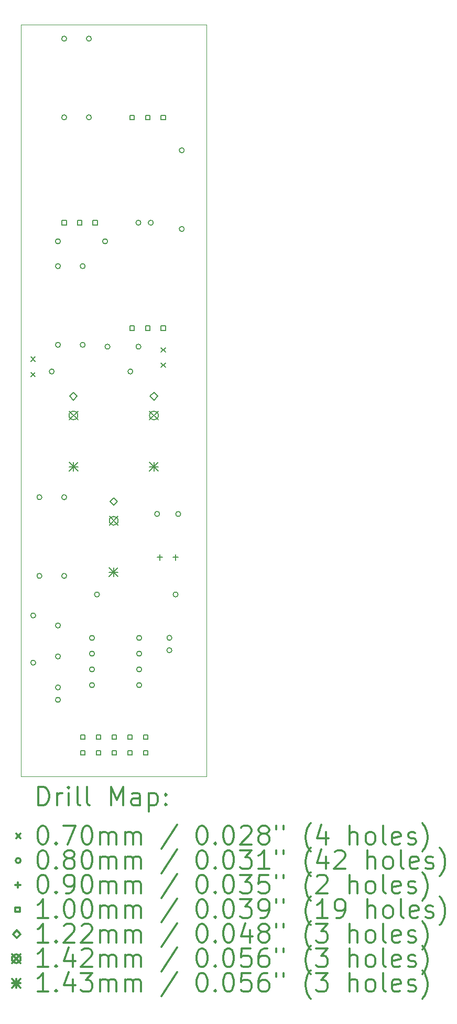
<source format=gbr>
%FSLAX45Y45*%
G04 Gerber Fmt 4.5, Leading zero omitted, Abs format (unit mm)*
G04 Created by KiCad (PCBNEW (5.1.9)-1) date 2021-10-01 15:05:01*
%MOMM*%
%LPD*%
G01*
G04 APERTURE LIST*
%TA.AperFunction,Profile*%
%ADD10C,0.050000*%
%TD*%
%ADD11C,0.200000*%
%ADD12C,0.300000*%
G04 APERTURE END LIST*
D10*
X6000000Y-3100000D02*
X6000000Y-15100000D01*
X6000000Y-15235000D02*
X6000000Y-15100000D01*
X3000000Y-15235000D02*
X6000000Y-15235000D01*
X3000000Y-3100000D02*
X6000000Y-3100000D01*
X3000000Y-3100000D02*
X3000000Y-15235000D01*
D11*
X3165000Y-8465000D02*
X3235000Y-8535000D01*
X3235000Y-8465000D02*
X3165000Y-8535000D01*
X3165000Y-8715000D02*
X3235000Y-8785000D01*
X3235000Y-8715000D02*
X3165000Y-8785000D01*
X5265000Y-8315000D02*
X5335000Y-8385000D01*
X5335000Y-8315000D02*
X5265000Y-8385000D01*
X5265000Y-8565000D02*
X5335000Y-8635000D01*
X5335000Y-8565000D02*
X5265000Y-8635000D01*
X3240000Y-12638000D02*
G75*
G03*
X3240000Y-12638000I-40000J0D01*
G01*
X3240000Y-13400000D02*
G75*
G03*
X3240000Y-13400000I-40000J0D01*
G01*
X3340000Y-10730000D02*
G75*
G03*
X3340000Y-10730000I-40000J0D01*
G01*
X3340000Y-12000000D02*
G75*
G03*
X3340000Y-12000000I-40000J0D01*
G01*
X3540000Y-8700000D02*
G75*
G03*
X3540000Y-8700000I-40000J0D01*
G01*
X3640000Y-6600000D02*
G75*
G03*
X3640000Y-6600000I-40000J0D01*
G01*
X3640000Y-7000000D02*
G75*
G03*
X3640000Y-7000000I-40000J0D01*
G01*
X3640000Y-8270000D02*
G75*
G03*
X3640000Y-8270000I-40000J0D01*
G01*
X3640000Y-12800000D02*
G75*
G03*
X3640000Y-12800000I-40000J0D01*
G01*
X3640000Y-13300000D02*
G75*
G03*
X3640000Y-13300000I-40000J0D01*
G01*
X3640000Y-13800000D02*
G75*
G03*
X3640000Y-13800000I-40000J0D01*
G01*
X3640000Y-14000000D02*
G75*
G03*
X3640000Y-14000000I-40000J0D01*
G01*
X3740000Y-3330000D02*
G75*
G03*
X3740000Y-3330000I-40000J0D01*
G01*
X3740000Y-4600000D02*
G75*
G03*
X3740000Y-4600000I-40000J0D01*
G01*
X3740000Y-10730000D02*
G75*
G03*
X3740000Y-10730000I-40000J0D01*
G01*
X3740000Y-12000000D02*
G75*
G03*
X3740000Y-12000000I-40000J0D01*
G01*
X4040000Y-7000000D02*
G75*
G03*
X4040000Y-7000000I-40000J0D01*
G01*
X4040000Y-8270000D02*
G75*
G03*
X4040000Y-8270000I-40000J0D01*
G01*
X4140000Y-3330000D02*
G75*
G03*
X4140000Y-3330000I-40000J0D01*
G01*
X4140000Y-4600000D02*
G75*
G03*
X4140000Y-4600000I-40000J0D01*
G01*
X4190000Y-13000000D02*
G75*
G03*
X4190000Y-13000000I-40000J0D01*
G01*
X4190000Y-13254000D02*
G75*
G03*
X4190000Y-13254000I-40000J0D01*
G01*
X4190000Y-13508000D02*
G75*
G03*
X4190000Y-13508000I-40000J0D01*
G01*
X4190000Y-13762000D02*
G75*
G03*
X4190000Y-13762000I-40000J0D01*
G01*
X4270000Y-12300000D02*
G75*
G03*
X4270000Y-12300000I-40000J0D01*
G01*
X4402000Y-6600000D02*
G75*
G03*
X4402000Y-6600000I-40000J0D01*
G01*
X4440000Y-8300000D02*
G75*
G03*
X4440000Y-8300000I-40000J0D01*
G01*
X4810000Y-8700000D02*
G75*
G03*
X4810000Y-8700000I-40000J0D01*
G01*
X4940000Y-6300000D02*
G75*
G03*
X4940000Y-6300000I-40000J0D01*
G01*
X4940000Y-8300000D02*
G75*
G03*
X4940000Y-8300000I-40000J0D01*
G01*
X4952000Y-13000000D02*
G75*
G03*
X4952000Y-13000000I-40000J0D01*
G01*
X4952000Y-13254000D02*
G75*
G03*
X4952000Y-13254000I-40000J0D01*
G01*
X4952000Y-13508000D02*
G75*
G03*
X4952000Y-13508000I-40000J0D01*
G01*
X4952000Y-13762000D02*
G75*
G03*
X4952000Y-13762000I-40000J0D01*
G01*
X5140000Y-6300000D02*
G75*
G03*
X5140000Y-6300000I-40000J0D01*
G01*
X5242500Y-11000000D02*
G75*
G03*
X5242500Y-11000000I-40000J0D01*
G01*
X5440000Y-13000000D02*
G75*
G03*
X5440000Y-13000000I-40000J0D01*
G01*
X5440000Y-13200000D02*
G75*
G03*
X5440000Y-13200000I-40000J0D01*
G01*
X5540000Y-12300000D02*
G75*
G03*
X5540000Y-12300000I-40000J0D01*
G01*
X5582500Y-11000000D02*
G75*
G03*
X5582500Y-11000000I-40000J0D01*
G01*
X5640000Y-5130000D02*
G75*
G03*
X5640000Y-5130000I-40000J0D01*
G01*
X5640000Y-6400000D02*
G75*
G03*
X5640000Y-6400000I-40000J0D01*
G01*
X5246000Y-11655000D02*
X5246000Y-11745000D01*
X5201000Y-11700000D02*
X5291000Y-11700000D01*
X5500000Y-11655000D02*
X5500000Y-11745000D01*
X5455000Y-11700000D02*
X5545000Y-11700000D01*
X3735356Y-6335356D02*
X3735356Y-6264644D01*
X3664644Y-6264644D01*
X3664644Y-6335356D01*
X3735356Y-6335356D01*
X3985356Y-6335356D02*
X3985356Y-6264644D01*
X3914644Y-6264644D01*
X3914644Y-6335356D01*
X3985356Y-6335356D01*
X4035356Y-14635356D02*
X4035356Y-14564644D01*
X3964644Y-14564644D01*
X3964644Y-14635356D01*
X4035356Y-14635356D01*
X4035356Y-14889356D02*
X4035356Y-14818644D01*
X3964644Y-14818644D01*
X3964644Y-14889356D01*
X4035356Y-14889356D01*
X4235356Y-6335356D02*
X4235356Y-6264644D01*
X4164644Y-6264644D01*
X4164644Y-6335356D01*
X4235356Y-6335356D01*
X4289356Y-14635356D02*
X4289356Y-14564644D01*
X4218644Y-14564644D01*
X4218644Y-14635356D01*
X4289356Y-14635356D01*
X4289356Y-14889356D02*
X4289356Y-14818644D01*
X4218644Y-14818644D01*
X4218644Y-14889356D01*
X4289356Y-14889356D01*
X4543356Y-14635356D02*
X4543356Y-14564644D01*
X4472644Y-14564644D01*
X4472644Y-14635356D01*
X4543356Y-14635356D01*
X4543356Y-14889356D02*
X4543356Y-14818644D01*
X4472644Y-14818644D01*
X4472644Y-14889356D01*
X4543356Y-14889356D01*
X4797356Y-14635356D02*
X4797356Y-14564644D01*
X4726644Y-14564644D01*
X4726644Y-14635356D01*
X4797356Y-14635356D01*
X4797356Y-14889356D02*
X4797356Y-14818644D01*
X4726644Y-14818644D01*
X4726644Y-14889356D01*
X4797356Y-14889356D01*
X4835356Y-4635356D02*
X4835356Y-4564644D01*
X4764644Y-4564644D01*
X4764644Y-4635356D01*
X4835356Y-4635356D01*
X4835356Y-8035356D02*
X4835356Y-7964644D01*
X4764644Y-7964644D01*
X4764644Y-8035356D01*
X4835356Y-8035356D01*
X5051356Y-14635356D02*
X5051356Y-14564644D01*
X4980644Y-14564644D01*
X4980644Y-14635356D01*
X5051356Y-14635356D01*
X5051356Y-14889356D02*
X5051356Y-14818644D01*
X4980644Y-14818644D01*
X4980644Y-14889356D01*
X5051356Y-14889356D01*
X5085356Y-4635356D02*
X5085356Y-4564644D01*
X5014644Y-4564644D01*
X5014644Y-4635356D01*
X5085356Y-4635356D01*
X5085356Y-8035356D02*
X5085356Y-7964644D01*
X5014644Y-7964644D01*
X5014644Y-8035356D01*
X5085356Y-8035356D01*
X5335356Y-4635356D02*
X5335356Y-4564644D01*
X5264644Y-4564644D01*
X5264644Y-4635356D01*
X5335356Y-4635356D01*
X5335356Y-8035356D02*
X5335356Y-7964644D01*
X5264644Y-7964644D01*
X5264644Y-8035356D01*
X5335356Y-8035356D01*
X3850000Y-9161000D02*
X3911000Y-9100000D01*
X3850000Y-9039000D01*
X3789000Y-9100000D01*
X3850000Y-9161000D01*
X4500000Y-10861000D02*
X4561000Y-10800000D01*
X4500000Y-10739000D01*
X4439000Y-10800000D01*
X4500000Y-10861000D01*
X5150000Y-9161000D02*
X5211000Y-9100000D01*
X5150000Y-9039000D01*
X5089000Y-9100000D01*
X5150000Y-9161000D01*
X3779000Y-9339000D02*
X3921000Y-9481000D01*
X3921000Y-9339000D02*
X3779000Y-9481000D01*
X3921000Y-9410000D02*
G75*
G03*
X3921000Y-9410000I-71000J0D01*
G01*
X4429000Y-11039000D02*
X4571000Y-11181000D01*
X4571000Y-11039000D02*
X4429000Y-11181000D01*
X4571000Y-11110000D02*
G75*
G03*
X4571000Y-11110000I-71000J0D01*
G01*
X5079000Y-9339000D02*
X5221000Y-9481000D01*
X5221000Y-9339000D02*
X5079000Y-9481000D01*
X5221000Y-9410000D02*
G75*
G03*
X5221000Y-9410000I-71000J0D01*
G01*
X3778500Y-10168500D02*
X3921500Y-10311500D01*
X3921500Y-10168500D02*
X3778500Y-10311500D01*
X3850000Y-10168500D02*
X3850000Y-10311500D01*
X3778500Y-10240000D02*
X3921500Y-10240000D01*
X4428500Y-11868500D02*
X4571500Y-12011500D01*
X4571500Y-11868500D02*
X4428500Y-12011500D01*
X4500000Y-11868500D02*
X4500000Y-12011500D01*
X4428500Y-11940000D02*
X4571500Y-11940000D01*
X5078500Y-10168500D02*
X5221500Y-10311500D01*
X5221500Y-10168500D02*
X5078500Y-10311500D01*
X5150000Y-10168500D02*
X5150000Y-10311500D01*
X5078500Y-10240000D02*
X5221500Y-10240000D01*
D12*
X3283928Y-15703214D02*
X3283928Y-15403214D01*
X3355357Y-15403214D01*
X3398214Y-15417500D01*
X3426786Y-15446071D01*
X3441071Y-15474643D01*
X3455357Y-15531786D01*
X3455357Y-15574643D01*
X3441071Y-15631786D01*
X3426786Y-15660357D01*
X3398214Y-15688929D01*
X3355357Y-15703214D01*
X3283928Y-15703214D01*
X3583928Y-15703214D02*
X3583928Y-15503214D01*
X3583928Y-15560357D02*
X3598214Y-15531786D01*
X3612500Y-15517500D01*
X3641071Y-15503214D01*
X3669643Y-15503214D01*
X3769643Y-15703214D02*
X3769643Y-15503214D01*
X3769643Y-15403214D02*
X3755357Y-15417500D01*
X3769643Y-15431786D01*
X3783928Y-15417500D01*
X3769643Y-15403214D01*
X3769643Y-15431786D01*
X3955357Y-15703214D02*
X3926786Y-15688929D01*
X3912500Y-15660357D01*
X3912500Y-15403214D01*
X4112500Y-15703214D02*
X4083928Y-15688929D01*
X4069643Y-15660357D01*
X4069643Y-15403214D01*
X4455357Y-15703214D02*
X4455357Y-15403214D01*
X4555357Y-15617500D01*
X4655357Y-15403214D01*
X4655357Y-15703214D01*
X4926786Y-15703214D02*
X4926786Y-15546071D01*
X4912500Y-15517500D01*
X4883928Y-15503214D01*
X4826786Y-15503214D01*
X4798214Y-15517500D01*
X4926786Y-15688929D02*
X4898214Y-15703214D01*
X4826786Y-15703214D01*
X4798214Y-15688929D01*
X4783928Y-15660357D01*
X4783928Y-15631786D01*
X4798214Y-15603214D01*
X4826786Y-15588929D01*
X4898214Y-15588929D01*
X4926786Y-15574643D01*
X5069643Y-15503214D02*
X5069643Y-15803214D01*
X5069643Y-15517500D02*
X5098214Y-15503214D01*
X5155357Y-15503214D01*
X5183928Y-15517500D01*
X5198214Y-15531786D01*
X5212500Y-15560357D01*
X5212500Y-15646071D01*
X5198214Y-15674643D01*
X5183928Y-15688929D01*
X5155357Y-15703214D01*
X5098214Y-15703214D01*
X5069643Y-15688929D01*
X5341071Y-15674643D02*
X5355357Y-15688929D01*
X5341071Y-15703214D01*
X5326786Y-15688929D01*
X5341071Y-15674643D01*
X5341071Y-15703214D01*
X5341071Y-15517500D02*
X5355357Y-15531786D01*
X5341071Y-15546071D01*
X5326786Y-15531786D01*
X5341071Y-15517500D01*
X5341071Y-15546071D01*
X2927500Y-16162500D02*
X2997500Y-16232500D01*
X2997500Y-16162500D02*
X2927500Y-16232500D01*
X3341071Y-16033214D02*
X3369643Y-16033214D01*
X3398214Y-16047500D01*
X3412500Y-16061786D01*
X3426786Y-16090357D01*
X3441071Y-16147500D01*
X3441071Y-16218929D01*
X3426786Y-16276071D01*
X3412500Y-16304643D01*
X3398214Y-16318929D01*
X3369643Y-16333214D01*
X3341071Y-16333214D01*
X3312500Y-16318929D01*
X3298214Y-16304643D01*
X3283928Y-16276071D01*
X3269643Y-16218929D01*
X3269643Y-16147500D01*
X3283928Y-16090357D01*
X3298214Y-16061786D01*
X3312500Y-16047500D01*
X3341071Y-16033214D01*
X3569643Y-16304643D02*
X3583928Y-16318929D01*
X3569643Y-16333214D01*
X3555357Y-16318929D01*
X3569643Y-16304643D01*
X3569643Y-16333214D01*
X3683928Y-16033214D02*
X3883928Y-16033214D01*
X3755357Y-16333214D01*
X4055357Y-16033214D02*
X4083928Y-16033214D01*
X4112500Y-16047500D01*
X4126786Y-16061786D01*
X4141071Y-16090357D01*
X4155357Y-16147500D01*
X4155357Y-16218929D01*
X4141071Y-16276071D01*
X4126786Y-16304643D01*
X4112500Y-16318929D01*
X4083928Y-16333214D01*
X4055357Y-16333214D01*
X4026786Y-16318929D01*
X4012500Y-16304643D01*
X3998214Y-16276071D01*
X3983928Y-16218929D01*
X3983928Y-16147500D01*
X3998214Y-16090357D01*
X4012500Y-16061786D01*
X4026786Y-16047500D01*
X4055357Y-16033214D01*
X4283928Y-16333214D02*
X4283928Y-16133214D01*
X4283928Y-16161786D02*
X4298214Y-16147500D01*
X4326786Y-16133214D01*
X4369643Y-16133214D01*
X4398214Y-16147500D01*
X4412500Y-16176071D01*
X4412500Y-16333214D01*
X4412500Y-16176071D02*
X4426786Y-16147500D01*
X4455357Y-16133214D01*
X4498214Y-16133214D01*
X4526786Y-16147500D01*
X4541071Y-16176071D01*
X4541071Y-16333214D01*
X4683928Y-16333214D02*
X4683928Y-16133214D01*
X4683928Y-16161786D02*
X4698214Y-16147500D01*
X4726786Y-16133214D01*
X4769643Y-16133214D01*
X4798214Y-16147500D01*
X4812500Y-16176071D01*
X4812500Y-16333214D01*
X4812500Y-16176071D02*
X4826786Y-16147500D01*
X4855357Y-16133214D01*
X4898214Y-16133214D01*
X4926786Y-16147500D01*
X4941071Y-16176071D01*
X4941071Y-16333214D01*
X5526786Y-16018929D02*
X5269643Y-16404643D01*
X5912500Y-16033214D02*
X5941071Y-16033214D01*
X5969643Y-16047500D01*
X5983928Y-16061786D01*
X5998214Y-16090357D01*
X6012500Y-16147500D01*
X6012500Y-16218929D01*
X5998214Y-16276071D01*
X5983928Y-16304643D01*
X5969643Y-16318929D01*
X5941071Y-16333214D01*
X5912500Y-16333214D01*
X5883928Y-16318929D01*
X5869643Y-16304643D01*
X5855357Y-16276071D01*
X5841071Y-16218929D01*
X5841071Y-16147500D01*
X5855357Y-16090357D01*
X5869643Y-16061786D01*
X5883928Y-16047500D01*
X5912500Y-16033214D01*
X6141071Y-16304643D02*
X6155357Y-16318929D01*
X6141071Y-16333214D01*
X6126786Y-16318929D01*
X6141071Y-16304643D01*
X6141071Y-16333214D01*
X6341071Y-16033214D02*
X6369643Y-16033214D01*
X6398214Y-16047500D01*
X6412500Y-16061786D01*
X6426786Y-16090357D01*
X6441071Y-16147500D01*
X6441071Y-16218929D01*
X6426786Y-16276071D01*
X6412500Y-16304643D01*
X6398214Y-16318929D01*
X6369643Y-16333214D01*
X6341071Y-16333214D01*
X6312500Y-16318929D01*
X6298214Y-16304643D01*
X6283928Y-16276071D01*
X6269643Y-16218929D01*
X6269643Y-16147500D01*
X6283928Y-16090357D01*
X6298214Y-16061786D01*
X6312500Y-16047500D01*
X6341071Y-16033214D01*
X6555357Y-16061786D02*
X6569643Y-16047500D01*
X6598214Y-16033214D01*
X6669643Y-16033214D01*
X6698214Y-16047500D01*
X6712500Y-16061786D01*
X6726786Y-16090357D01*
X6726786Y-16118929D01*
X6712500Y-16161786D01*
X6541071Y-16333214D01*
X6726786Y-16333214D01*
X6898214Y-16161786D02*
X6869643Y-16147500D01*
X6855357Y-16133214D01*
X6841071Y-16104643D01*
X6841071Y-16090357D01*
X6855357Y-16061786D01*
X6869643Y-16047500D01*
X6898214Y-16033214D01*
X6955357Y-16033214D01*
X6983928Y-16047500D01*
X6998214Y-16061786D01*
X7012500Y-16090357D01*
X7012500Y-16104643D01*
X6998214Y-16133214D01*
X6983928Y-16147500D01*
X6955357Y-16161786D01*
X6898214Y-16161786D01*
X6869643Y-16176071D01*
X6855357Y-16190357D01*
X6841071Y-16218929D01*
X6841071Y-16276071D01*
X6855357Y-16304643D01*
X6869643Y-16318929D01*
X6898214Y-16333214D01*
X6955357Y-16333214D01*
X6983928Y-16318929D01*
X6998214Y-16304643D01*
X7012500Y-16276071D01*
X7012500Y-16218929D01*
X6998214Y-16190357D01*
X6983928Y-16176071D01*
X6955357Y-16161786D01*
X7126786Y-16033214D02*
X7126786Y-16090357D01*
X7241071Y-16033214D02*
X7241071Y-16090357D01*
X7683928Y-16447500D02*
X7669643Y-16433214D01*
X7641071Y-16390357D01*
X7626786Y-16361786D01*
X7612500Y-16318929D01*
X7598214Y-16247500D01*
X7598214Y-16190357D01*
X7612500Y-16118929D01*
X7626786Y-16076071D01*
X7641071Y-16047500D01*
X7669643Y-16004643D01*
X7683928Y-15990357D01*
X7926786Y-16133214D02*
X7926786Y-16333214D01*
X7855357Y-16018929D02*
X7783928Y-16233214D01*
X7969643Y-16233214D01*
X8312500Y-16333214D02*
X8312500Y-16033214D01*
X8441071Y-16333214D02*
X8441071Y-16176071D01*
X8426786Y-16147500D01*
X8398214Y-16133214D01*
X8355357Y-16133214D01*
X8326786Y-16147500D01*
X8312500Y-16161786D01*
X8626786Y-16333214D02*
X8598214Y-16318929D01*
X8583928Y-16304643D01*
X8569643Y-16276071D01*
X8569643Y-16190357D01*
X8583928Y-16161786D01*
X8598214Y-16147500D01*
X8626786Y-16133214D01*
X8669643Y-16133214D01*
X8698214Y-16147500D01*
X8712500Y-16161786D01*
X8726786Y-16190357D01*
X8726786Y-16276071D01*
X8712500Y-16304643D01*
X8698214Y-16318929D01*
X8669643Y-16333214D01*
X8626786Y-16333214D01*
X8898214Y-16333214D02*
X8869643Y-16318929D01*
X8855357Y-16290357D01*
X8855357Y-16033214D01*
X9126786Y-16318929D02*
X9098214Y-16333214D01*
X9041071Y-16333214D01*
X9012500Y-16318929D01*
X8998214Y-16290357D01*
X8998214Y-16176071D01*
X9012500Y-16147500D01*
X9041071Y-16133214D01*
X9098214Y-16133214D01*
X9126786Y-16147500D01*
X9141071Y-16176071D01*
X9141071Y-16204643D01*
X8998214Y-16233214D01*
X9255357Y-16318929D02*
X9283928Y-16333214D01*
X9341071Y-16333214D01*
X9369643Y-16318929D01*
X9383928Y-16290357D01*
X9383928Y-16276071D01*
X9369643Y-16247500D01*
X9341071Y-16233214D01*
X9298214Y-16233214D01*
X9269643Y-16218929D01*
X9255357Y-16190357D01*
X9255357Y-16176071D01*
X9269643Y-16147500D01*
X9298214Y-16133214D01*
X9341071Y-16133214D01*
X9369643Y-16147500D01*
X9483928Y-16447500D02*
X9498214Y-16433214D01*
X9526786Y-16390357D01*
X9541071Y-16361786D01*
X9555357Y-16318929D01*
X9569643Y-16247500D01*
X9569643Y-16190357D01*
X9555357Y-16118929D01*
X9541071Y-16076071D01*
X9526786Y-16047500D01*
X9498214Y-16004643D01*
X9483928Y-15990357D01*
X2997500Y-16593500D02*
G75*
G03*
X2997500Y-16593500I-40000J0D01*
G01*
X3341071Y-16429214D02*
X3369643Y-16429214D01*
X3398214Y-16443500D01*
X3412500Y-16457786D01*
X3426786Y-16486357D01*
X3441071Y-16543500D01*
X3441071Y-16614929D01*
X3426786Y-16672071D01*
X3412500Y-16700643D01*
X3398214Y-16714929D01*
X3369643Y-16729214D01*
X3341071Y-16729214D01*
X3312500Y-16714929D01*
X3298214Y-16700643D01*
X3283928Y-16672071D01*
X3269643Y-16614929D01*
X3269643Y-16543500D01*
X3283928Y-16486357D01*
X3298214Y-16457786D01*
X3312500Y-16443500D01*
X3341071Y-16429214D01*
X3569643Y-16700643D02*
X3583928Y-16714929D01*
X3569643Y-16729214D01*
X3555357Y-16714929D01*
X3569643Y-16700643D01*
X3569643Y-16729214D01*
X3755357Y-16557786D02*
X3726786Y-16543500D01*
X3712500Y-16529214D01*
X3698214Y-16500643D01*
X3698214Y-16486357D01*
X3712500Y-16457786D01*
X3726786Y-16443500D01*
X3755357Y-16429214D01*
X3812500Y-16429214D01*
X3841071Y-16443500D01*
X3855357Y-16457786D01*
X3869643Y-16486357D01*
X3869643Y-16500643D01*
X3855357Y-16529214D01*
X3841071Y-16543500D01*
X3812500Y-16557786D01*
X3755357Y-16557786D01*
X3726786Y-16572071D01*
X3712500Y-16586357D01*
X3698214Y-16614929D01*
X3698214Y-16672071D01*
X3712500Y-16700643D01*
X3726786Y-16714929D01*
X3755357Y-16729214D01*
X3812500Y-16729214D01*
X3841071Y-16714929D01*
X3855357Y-16700643D01*
X3869643Y-16672071D01*
X3869643Y-16614929D01*
X3855357Y-16586357D01*
X3841071Y-16572071D01*
X3812500Y-16557786D01*
X4055357Y-16429214D02*
X4083928Y-16429214D01*
X4112500Y-16443500D01*
X4126786Y-16457786D01*
X4141071Y-16486357D01*
X4155357Y-16543500D01*
X4155357Y-16614929D01*
X4141071Y-16672071D01*
X4126786Y-16700643D01*
X4112500Y-16714929D01*
X4083928Y-16729214D01*
X4055357Y-16729214D01*
X4026786Y-16714929D01*
X4012500Y-16700643D01*
X3998214Y-16672071D01*
X3983928Y-16614929D01*
X3983928Y-16543500D01*
X3998214Y-16486357D01*
X4012500Y-16457786D01*
X4026786Y-16443500D01*
X4055357Y-16429214D01*
X4283928Y-16729214D02*
X4283928Y-16529214D01*
X4283928Y-16557786D02*
X4298214Y-16543500D01*
X4326786Y-16529214D01*
X4369643Y-16529214D01*
X4398214Y-16543500D01*
X4412500Y-16572071D01*
X4412500Y-16729214D01*
X4412500Y-16572071D02*
X4426786Y-16543500D01*
X4455357Y-16529214D01*
X4498214Y-16529214D01*
X4526786Y-16543500D01*
X4541071Y-16572071D01*
X4541071Y-16729214D01*
X4683928Y-16729214D02*
X4683928Y-16529214D01*
X4683928Y-16557786D02*
X4698214Y-16543500D01*
X4726786Y-16529214D01*
X4769643Y-16529214D01*
X4798214Y-16543500D01*
X4812500Y-16572071D01*
X4812500Y-16729214D01*
X4812500Y-16572071D02*
X4826786Y-16543500D01*
X4855357Y-16529214D01*
X4898214Y-16529214D01*
X4926786Y-16543500D01*
X4941071Y-16572071D01*
X4941071Y-16729214D01*
X5526786Y-16414929D02*
X5269643Y-16800643D01*
X5912500Y-16429214D02*
X5941071Y-16429214D01*
X5969643Y-16443500D01*
X5983928Y-16457786D01*
X5998214Y-16486357D01*
X6012500Y-16543500D01*
X6012500Y-16614929D01*
X5998214Y-16672071D01*
X5983928Y-16700643D01*
X5969643Y-16714929D01*
X5941071Y-16729214D01*
X5912500Y-16729214D01*
X5883928Y-16714929D01*
X5869643Y-16700643D01*
X5855357Y-16672071D01*
X5841071Y-16614929D01*
X5841071Y-16543500D01*
X5855357Y-16486357D01*
X5869643Y-16457786D01*
X5883928Y-16443500D01*
X5912500Y-16429214D01*
X6141071Y-16700643D02*
X6155357Y-16714929D01*
X6141071Y-16729214D01*
X6126786Y-16714929D01*
X6141071Y-16700643D01*
X6141071Y-16729214D01*
X6341071Y-16429214D02*
X6369643Y-16429214D01*
X6398214Y-16443500D01*
X6412500Y-16457786D01*
X6426786Y-16486357D01*
X6441071Y-16543500D01*
X6441071Y-16614929D01*
X6426786Y-16672071D01*
X6412500Y-16700643D01*
X6398214Y-16714929D01*
X6369643Y-16729214D01*
X6341071Y-16729214D01*
X6312500Y-16714929D01*
X6298214Y-16700643D01*
X6283928Y-16672071D01*
X6269643Y-16614929D01*
X6269643Y-16543500D01*
X6283928Y-16486357D01*
X6298214Y-16457786D01*
X6312500Y-16443500D01*
X6341071Y-16429214D01*
X6541071Y-16429214D02*
X6726786Y-16429214D01*
X6626786Y-16543500D01*
X6669643Y-16543500D01*
X6698214Y-16557786D01*
X6712500Y-16572071D01*
X6726786Y-16600643D01*
X6726786Y-16672071D01*
X6712500Y-16700643D01*
X6698214Y-16714929D01*
X6669643Y-16729214D01*
X6583928Y-16729214D01*
X6555357Y-16714929D01*
X6541071Y-16700643D01*
X7012500Y-16729214D02*
X6841071Y-16729214D01*
X6926786Y-16729214D02*
X6926786Y-16429214D01*
X6898214Y-16472071D01*
X6869643Y-16500643D01*
X6841071Y-16514929D01*
X7126786Y-16429214D02*
X7126786Y-16486357D01*
X7241071Y-16429214D02*
X7241071Y-16486357D01*
X7683928Y-16843500D02*
X7669643Y-16829214D01*
X7641071Y-16786357D01*
X7626786Y-16757786D01*
X7612500Y-16714929D01*
X7598214Y-16643500D01*
X7598214Y-16586357D01*
X7612500Y-16514929D01*
X7626786Y-16472071D01*
X7641071Y-16443500D01*
X7669643Y-16400643D01*
X7683928Y-16386357D01*
X7926786Y-16529214D02*
X7926786Y-16729214D01*
X7855357Y-16414929D02*
X7783928Y-16629214D01*
X7969643Y-16629214D01*
X8069643Y-16457786D02*
X8083928Y-16443500D01*
X8112500Y-16429214D01*
X8183928Y-16429214D01*
X8212500Y-16443500D01*
X8226786Y-16457786D01*
X8241071Y-16486357D01*
X8241071Y-16514929D01*
X8226786Y-16557786D01*
X8055357Y-16729214D01*
X8241071Y-16729214D01*
X8598214Y-16729214D02*
X8598214Y-16429214D01*
X8726786Y-16729214D02*
X8726786Y-16572071D01*
X8712500Y-16543500D01*
X8683928Y-16529214D01*
X8641071Y-16529214D01*
X8612500Y-16543500D01*
X8598214Y-16557786D01*
X8912500Y-16729214D02*
X8883928Y-16714929D01*
X8869643Y-16700643D01*
X8855357Y-16672071D01*
X8855357Y-16586357D01*
X8869643Y-16557786D01*
X8883928Y-16543500D01*
X8912500Y-16529214D01*
X8955357Y-16529214D01*
X8983928Y-16543500D01*
X8998214Y-16557786D01*
X9012500Y-16586357D01*
X9012500Y-16672071D01*
X8998214Y-16700643D01*
X8983928Y-16714929D01*
X8955357Y-16729214D01*
X8912500Y-16729214D01*
X9183928Y-16729214D02*
X9155357Y-16714929D01*
X9141071Y-16686357D01*
X9141071Y-16429214D01*
X9412500Y-16714929D02*
X9383928Y-16729214D01*
X9326786Y-16729214D01*
X9298214Y-16714929D01*
X9283928Y-16686357D01*
X9283928Y-16572071D01*
X9298214Y-16543500D01*
X9326786Y-16529214D01*
X9383928Y-16529214D01*
X9412500Y-16543500D01*
X9426786Y-16572071D01*
X9426786Y-16600643D01*
X9283928Y-16629214D01*
X9541071Y-16714929D02*
X9569643Y-16729214D01*
X9626786Y-16729214D01*
X9655357Y-16714929D01*
X9669643Y-16686357D01*
X9669643Y-16672071D01*
X9655357Y-16643500D01*
X9626786Y-16629214D01*
X9583928Y-16629214D01*
X9555357Y-16614929D01*
X9541071Y-16586357D01*
X9541071Y-16572071D01*
X9555357Y-16543500D01*
X9583928Y-16529214D01*
X9626786Y-16529214D01*
X9655357Y-16543500D01*
X9769643Y-16843500D02*
X9783928Y-16829214D01*
X9812500Y-16786357D01*
X9826786Y-16757786D01*
X9841071Y-16714929D01*
X9855357Y-16643500D01*
X9855357Y-16586357D01*
X9841071Y-16514929D01*
X9826786Y-16472071D01*
X9812500Y-16443500D01*
X9783928Y-16400643D01*
X9769643Y-16386357D01*
X2952500Y-16944500D02*
X2952500Y-17034500D01*
X2907500Y-16989500D02*
X2997500Y-16989500D01*
X3341071Y-16825214D02*
X3369643Y-16825214D01*
X3398214Y-16839500D01*
X3412500Y-16853786D01*
X3426786Y-16882357D01*
X3441071Y-16939500D01*
X3441071Y-17010929D01*
X3426786Y-17068072D01*
X3412500Y-17096643D01*
X3398214Y-17110929D01*
X3369643Y-17125214D01*
X3341071Y-17125214D01*
X3312500Y-17110929D01*
X3298214Y-17096643D01*
X3283928Y-17068072D01*
X3269643Y-17010929D01*
X3269643Y-16939500D01*
X3283928Y-16882357D01*
X3298214Y-16853786D01*
X3312500Y-16839500D01*
X3341071Y-16825214D01*
X3569643Y-17096643D02*
X3583928Y-17110929D01*
X3569643Y-17125214D01*
X3555357Y-17110929D01*
X3569643Y-17096643D01*
X3569643Y-17125214D01*
X3726786Y-17125214D02*
X3783928Y-17125214D01*
X3812500Y-17110929D01*
X3826786Y-17096643D01*
X3855357Y-17053786D01*
X3869643Y-16996643D01*
X3869643Y-16882357D01*
X3855357Y-16853786D01*
X3841071Y-16839500D01*
X3812500Y-16825214D01*
X3755357Y-16825214D01*
X3726786Y-16839500D01*
X3712500Y-16853786D01*
X3698214Y-16882357D01*
X3698214Y-16953786D01*
X3712500Y-16982357D01*
X3726786Y-16996643D01*
X3755357Y-17010929D01*
X3812500Y-17010929D01*
X3841071Y-16996643D01*
X3855357Y-16982357D01*
X3869643Y-16953786D01*
X4055357Y-16825214D02*
X4083928Y-16825214D01*
X4112500Y-16839500D01*
X4126786Y-16853786D01*
X4141071Y-16882357D01*
X4155357Y-16939500D01*
X4155357Y-17010929D01*
X4141071Y-17068072D01*
X4126786Y-17096643D01*
X4112500Y-17110929D01*
X4083928Y-17125214D01*
X4055357Y-17125214D01*
X4026786Y-17110929D01*
X4012500Y-17096643D01*
X3998214Y-17068072D01*
X3983928Y-17010929D01*
X3983928Y-16939500D01*
X3998214Y-16882357D01*
X4012500Y-16853786D01*
X4026786Y-16839500D01*
X4055357Y-16825214D01*
X4283928Y-17125214D02*
X4283928Y-16925214D01*
X4283928Y-16953786D02*
X4298214Y-16939500D01*
X4326786Y-16925214D01*
X4369643Y-16925214D01*
X4398214Y-16939500D01*
X4412500Y-16968072D01*
X4412500Y-17125214D01*
X4412500Y-16968072D02*
X4426786Y-16939500D01*
X4455357Y-16925214D01*
X4498214Y-16925214D01*
X4526786Y-16939500D01*
X4541071Y-16968072D01*
X4541071Y-17125214D01*
X4683928Y-17125214D02*
X4683928Y-16925214D01*
X4683928Y-16953786D02*
X4698214Y-16939500D01*
X4726786Y-16925214D01*
X4769643Y-16925214D01*
X4798214Y-16939500D01*
X4812500Y-16968072D01*
X4812500Y-17125214D01*
X4812500Y-16968072D02*
X4826786Y-16939500D01*
X4855357Y-16925214D01*
X4898214Y-16925214D01*
X4926786Y-16939500D01*
X4941071Y-16968072D01*
X4941071Y-17125214D01*
X5526786Y-16810929D02*
X5269643Y-17196643D01*
X5912500Y-16825214D02*
X5941071Y-16825214D01*
X5969643Y-16839500D01*
X5983928Y-16853786D01*
X5998214Y-16882357D01*
X6012500Y-16939500D01*
X6012500Y-17010929D01*
X5998214Y-17068072D01*
X5983928Y-17096643D01*
X5969643Y-17110929D01*
X5941071Y-17125214D01*
X5912500Y-17125214D01*
X5883928Y-17110929D01*
X5869643Y-17096643D01*
X5855357Y-17068072D01*
X5841071Y-17010929D01*
X5841071Y-16939500D01*
X5855357Y-16882357D01*
X5869643Y-16853786D01*
X5883928Y-16839500D01*
X5912500Y-16825214D01*
X6141071Y-17096643D02*
X6155357Y-17110929D01*
X6141071Y-17125214D01*
X6126786Y-17110929D01*
X6141071Y-17096643D01*
X6141071Y-17125214D01*
X6341071Y-16825214D02*
X6369643Y-16825214D01*
X6398214Y-16839500D01*
X6412500Y-16853786D01*
X6426786Y-16882357D01*
X6441071Y-16939500D01*
X6441071Y-17010929D01*
X6426786Y-17068072D01*
X6412500Y-17096643D01*
X6398214Y-17110929D01*
X6369643Y-17125214D01*
X6341071Y-17125214D01*
X6312500Y-17110929D01*
X6298214Y-17096643D01*
X6283928Y-17068072D01*
X6269643Y-17010929D01*
X6269643Y-16939500D01*
X6283928Y-16882357D01*
X6298214Y-16853786D01*
X6312500Y-16839500D01*
X6341071Y-16825214D01*
X6541071Y-16825214D02*
X6726786Y-16825214D01*
X6626786Y-16939500D01*
X6669643Y-16939500D01*
X6698214Y-16953786D01*
X6712500Y-16968072D01*
X6726786Y-16996643D01*
X6726786Y-17068072D01*
X6712500Y-17096643D01*
X6698214Y-17110929D01*
X6669643Y-17125214D01*
X6583928Y-17125214D01*
X6555357Y-17110929D01*
X6541071Y-17096643D01*
X6998214Y-16825214D02*
X6855357Y-16825214D01*
X6841071Y-16968072D01*
X6855357Y-16953786D01*
X6883928Y-16939500D01*
X6955357Y-16939500D01*
X6983928Y-16953786D01*
X6998214Y-16968072D01*
X7012500Y-16996643D01*
X7012500Y-17068072D01*
X6998214Y-17096643D01*
X6983928Y-17110929D01*
X6955357Y-17125214D01*
X6883928Y-17125214D01*
X6855357Y-17110929D01*
X6841071Y-17096643D01*
X7126786Y-16825214D02*
X7126786Y-16882357D01*
X7241071Y-16825214D02*
X7241071Y-16882357D01*
X7683928Y-17239500D02*
X7669643Y-17225214D01*
X7641071Y-17182357D01*
X7626786Y-17153786D01*
X7612500Y-17110929D01*
X7598214Y-17039500D01*
X7598214Y-16982357D01*
X7612500Y-16910929D01*
X7626786Y-16868072D01*
X7641071Y-16839500D01*
X7669643Y-16796643D01*
X7683928Y-16782357D01*
X7783928Y-16853786D02*
X7798214Y-16839500D01*
X7826786Y-16825214D01*
X7898214Y-16825214D01*
X7926786Y-16839500D01*
X7941071Y-16853786D01*
X7955357Y-16882357D01*
X7955357Y-16910929D01*
X7941071Y-16953786D01*
X7769643Y-17125214D01*
X7955357Y-17125214D01*
X8312500Y-17125214D02*
X8312500Y-16825214D01*
X8441071Y-17125214D02*
X8441071Y-16968072D01*
X8426786Y-16939500D01*
X8398214Y-16925214D01*
X8355357Y-16925214D01*
X8326786Y-16939500D01*
X8312500Y-16953786D01*
X8626786Y-17125214D02*
X8598214Y-17110929D01*
X8583928Y-17096643D01*
X8569643Y-17068072D01*
X8569643Y-16982357D01*
X8583928Y-16953786D01*
X8598214Y-16939500D01*
X8626786Y-16925214D01*
X8669643Y-16925214D01*
X8698214Y-16939500D01*
X8712500Y-16953786D01*
X8726786Y-16982357D01*
X8726786Y-17068072D01*
X8712500Y-17096643D01*
X8698214Y-17110929D01*
X8669643Y-17125214D01*
X8626786Y-17125214D01*
X8898214Y-17125214D02*
X8869643Y-17110929D01*
X8855357Y-17082357D01*
X8855357Y-16825214D01*
X9126786Y-17110929D02*
X9098214Y-17125214D01*
X9041071Y-17125214D01*
X9012500Y-17110929D01*
X8998214Y-17082357D01*
X8998214Y-16968072D01*
X9012500Y-16939500D01*
X9041071Y-16925214D01*
X9098214Y-16925214D01*
X9126786Y-16939500D01*
X9141071Y-16968072D01*
X9141071Y-16996643D01*
X8998214Y-17025214D01*
X9255357Y-17110929D02*
X9283928Y-17125214D01*
X9341071Y-17125214D01*
X9369643Y-17110929D01*
X9383928Y-17082357D01*
X9383928Y-17068072D01*
X9369643Y-17039500D01*
X9341071Y-17025214D01*
X9298214Y-17025214D01*
X9269643Y-17010929D01*
X9255357Y-16982357D01*
X9255357Y-16968072D01*
X9269643Y-16939500D01*
X9298214Y-16925214D01*
X9341071Y-16925214D01*
X9369643Y-16939500D01*
X9483928Y-17239500D02*
X9498214Y-17225214D01*
X9526786Y-17182357D01*
X9541071Y-17153786D01*
X9555357Y-17110929D01*
X9569643Y-17039500D01*
X9569643Y-16982357D01*
X9555357Y-16910929D01*
X9541071Y-16868072D01*
X9526786Y-16839500D01*
X9498214Y-16796643D01*
X9483928Y-16782357D01*
X2982856Y-17420856D02*
X2982856Y-17350144D01*
X2912144Y-17350144D01*
X2912144Y-17420856D01*
X2982856Y-17420856D01*
X3441071Y-17521214D02*
X3269643Y-17521214D01*
X3355357Y-17521214D02*
X3355357Y-17221214D01*
X3326786Y-17264072D01*
X3298214Y-17292643D01*
X3269643Y-17306929D01*
X3569643Y-17492643D02*
X3583928Y-17506929D01*
X3569643Y-17521214D01*
X3555357Y-17506929D01*
X3569643Y-17492643D01*
X3569643Y-17521214D01*
X3769643Y-17221214D02*
X3798214Y-17221214D01*
X3826786Y-17235500D01*
X3841071Y-17249786D01*
X3855357Y-17278357D01*
X3869643Y-17335500D01*
X3869643Y-17406929D01*
X3855357Y-17464072D01*
X3841071Y-17492643D01*
X3826786Y-17506929D01*
X3798214Y-17521214D01*
X3769643Y-17521214D01*
X3741071Y-17506929D01*
X3726786Y-17492643D01*
X3712500Y-17464072D01*
X3698214Y-17406929D01*
X3698214Y-17335500D01*
X3712500Y-17278357D01*
X3726786Y-17249786D01*
X3741071Y-17235500D01*
X3769643Y-17221214D01*
X4055357Y-17221214D02*
X4083928Y-17221214D01*
X4112500Y-17235500D01*
X4126786Y-17249786D01*
X4141071Y-17278357D01*
X4155357Y-17335500D01*
X4155357Y-17406929D01*
X4141071Y-17464072D01*
X4126786Y-17492643D01*
X4112500Y-17506929D01*
X4083928Y-17521214D01*
X4055357Y-17521214D01*
X4026786Y-17506929D01*
X4012500Y-17492643D01*
X3998214Y-17464072D01*
X3983928Y-17406929D01*
X3983928Y-17335500D01*
X3998214Y-17278357D01*
X4012500Y-17249786D01*
X4026786Y-17235500D01*
X4055357Y-17221214D01*
X4283928Y-17521214D02*
X4283928Y-17321214D01*
X4283928Y-17349786D02*
X4298214Y-17335500D01*
X4326786Y-17321214D01*
X4369643Y-17321214D01*
X4398214Y-17335500D01*
X4412500Y-17364072D01*
X4412500Y-17521214D01*
X4412500Y-17364072D02*
X4426786Y-17335500D01*
X4455357Y-17321214D01*
X4498214Y-17321214D01*
X4526786Y-17335500D01*
X4541071Y-17364072D01*
X4541071Y-17521214D01*
X4683928Y-17521214D02*
X4683928Y-17321214D01*
X4683928Y-17349786D02*
X4698214Y-17335500D01*
X4726786Y-17321214D01*
X4769643Y-17321214D01*
X4798214Y-17335500D01*
X4812500Y-17364072D01*
X4812500Y-17521214D01*
X4812500Y-17364072D02*
X4826786Y-17335500D01*
X4855357Y-17321214D01*
X4898214Y-17321214D01*
X4926786Y-17335500D01*
X4941071Y-17364072D01*
X4941071Y-17521214D01*
X5526786Y-17206929D02*
X5269643Y-17592643D01*
X5912500Y-17221214D02*
X5941071Y-17221214D01*
X5969643Y-17235500D01*
X5983928Y-17249786D01*
X5998214Y-17278357D01*
X6012500Y-17335500D01*
X6012500Y-17406929D01*
X5998214Y-17464072D01*
X5983928Y-17492643D01*
X5969643Y-17506929D01*
X5941071Y-17521214D01*
X5912500Y-17521214D01*
X5883928Y-17506929D01*
X5869643Y-17492643D01*
X5855357Y-17464072D01*
X5841071Y-17406929D01*
X5841071Y-17335500D01*
X5855357Y-17278357D01*
X5869643Y-17249786D01*
X5883928Y-17235500D01*
X5912500Y-17221214D01*
X6141071Y-17492643D02*
X6155357Y-17506929D01*
X6141071Y-17521214D01*
X6126786Y-17506929D01*
X6141071Y-17492643D01*
X6141071Y-17521214D01*
X6341071Y-17221214D02*
X6369643Y-17221214D01*
X6398214Y-17235500D01*
X6412500Y-17249786D01*
X6426786Y-17278357D01*
X6441071Y-17335500D01*
X6441071Y-17406929D01*
X6426786Y-17464072D01*
X6412500Y-17492643D01*
X6398214Y-17506929D01*
X6369643Y-17521214D01*
X6341071Y-17521214D01*
X6312500Y-17506929D01*
X6298214Y-17492643D01*
X6283928Y-17464072D01*
X6269643Y-17406929D01*
X6269643Y-17335500D01*
X6283928Y-17278357D01*
X6298214Y-17249786D01*
X6312500Y-17235500D01*
X6341071Y-17221214D01*
X6541071Y-17221214D02*
X6726786Y-17221214D01*
X6626786Y-17335500D01*
X6669643Y-17335500D01*
X6698214Y-17349786D01*
X6712500Y-17364072D01*
X6726786Y-17392643D01*
X6726786Y-17464072D01*
X6712500Y-17492643D01*
X6698214Y-17506929D01*
X6669643Y-17521214D01*
X6583928Y-17521214D01*
X6555357Y-17506929D01*
X6541071Y-17492643D01*
X6869643Y-17521214D02*
X6926786Y-17521214D01*
X6955357Y-17506929D01*
X6969643Y-17492643D01*
X6998214Y-17449786D01*
X7012500Y-17392643D01*
X7012500Y-17278357D01*
X6998214Y-17249786D01*
X6983928Y-17235500D01*
X6955357Y-17221214D01*
X6898214Y-17221214D01*
X6869643Y-17235500D01*
X6855357Y-17249786D01*
X6841071Y-17278357D01*
X6841071Y-17349786D01*
X6855357Y-17378357D01*
X6869643Y-17392643D01*
X6898214Y-17406929D01*
X6955357Y-17406929D01*
X6983928Y-17392643D01*
X6998214Y-17378357D01*
X7012500Y-17349786D01*
X7126786Y-17221214D02*
X7126786Y-17278357D01*
X7241071Y-17221214D02*
X7241071Y-17278357D01*
X7683928Y-17635500D02*
X7669643Y-17621214D01*
X7641071Y-17578357D01*
X7626786Y-17549786D01*
X7612500Y-17506929D01*
X7598214Y-17435500D01*
X7598214Y-17378357D01*
X7612500Y-17306929D01*
X7626786Y-17264072D01*
X7641071Y-17235500D01*
X7669643Y-17192643D01*
X7683928Y-17178357D01*
X7955357Y-17521214D02*
X7783928Y-17521214D01*
X7869643Y-17521214D02*
X7869643Y-17221214D01*
X7841071Y-17264072D01*
X7812500Y-17292643D01*
X7783928Y-17306929D01*
X8098214Y-17521214D02*
X8155357Y-17521214D01*
X8183928Y-17506929D01*
X8198214Y-17492643D01*
X8226786Y-17449786D01*
X8241071Y-17392643D01*
X8241071Y-17278357D01*
X8226786Y-17249786D01*
X8212500Y-17235500D01*
X8183928Y-17221214D01*
X8126786Y-17221214D01*
X8098214Y-17235500D01*
X8083928Y-17249786D01*
X8069643Y-17278357D01*
X8069643Y-17349786D01*
X8083928Y-17378357D01*
X8098214Y-17392643D01*
X8126786Y-17406929D01*
X8183928Y-17406929D01*
X8212500Y-17392643D01*
X8226786Y-17378357D01*
X8241071Y-17349786D01*
X8598214Y-17521214D02*
X8598214Y-17221214D01*
X8726786Y-17521214D02*
X8726786Y-17364072D01*
X8712500Y-17335500D01*
X8683928Y-17321214D01*
X8641071Y-17321214D01*
X8612500Y-17335500D01*
X8598214Y-17349786D01*
X8912500Y-17521214D02*
X8883928Y-17506929D01*
X8869643Y-17492643D01*
X8855357Y-17464072D01*
X8855357Y-17378357D01*
X8869643Y-17349786D01*
X8883928Y-17335500D01*
X8912500Y-17321214D01*
X8955357Y-17321214D01*
X8983928Y-17335500D01*
X8998214Y-17349786D01*
X9012500Y-17378357D01*
X9012500Y-17464072D01*
X8998214Y-17492643D01*
X8983928Y-17506929D01*
X8955357Y-17521214D01*
X8912500Y-17521214D01*
X9183928Y-17521214D02*
X9155357Y-17506929D01*
X9141071Y-17478357D01*
X9141071Y-17221214D01*
X9412500Y-17506929D02*
X9383928Y-17521214D01*
X9326786Y-17521214D01*
X9298214Y-17506929D01*
X9283928Y-17478357D01*
X9283928Y-17364072D01*
X9298214Y-17335500D01*
X9326786Y-17321214D01*
X9383928Y-17321214D01*
X9412500Y-17335500D01*
X9426786Y-17364072D01*
X9426786Y-17392643D01*
X9283928Y-17421214D01*
X9541071Y-17506929D02*
X9569643Y-17521214D01*
X9626786Y-17521214D01*
X9655357Y-17506929D01*
X9669643Y-17478357D01*
X9669643Y-17464072D01*
X9655357Y-17435500D01*
X9626786Y-17421214D01*
X9583928Y-17421214D01*
X9555357Y-17406929D01*
X9541071Y-17378357D01*
X9541071Y-17364072D01*
X9555357Y-17335500D01*
X9583928Y-17321214D01*
X9626786Y-17321214D01*
X9655357Y-17335500D01*
X9769643Y-17635500D02*
X9783928Y-17621214D01*
X9812500Y-17578357D01*
X9826786Y-17549786D01*
X9841071Y-17506929D01*
X9855357Y-17435500D01*
X9855357Y-17378357D01*
X9841071Y-17306929D01*
X9826786Y-17264072D01*
X9812500Y-17235500D01*
X9783928Y-17192643D01*
X9769643Y-17178357D01*
X2936500Y-17842500D02*
X2997500Y-17781500D01*
X2936500Y-17720500D01*
X2875500Y-17781500D01*
X2936500Y-17842500D01*
X3441071Y-17917214D02*
X3269643Y-17917214D01*
X3355357Y-17917214D02*
X3355357Y-17617214D01*
X3326786Y-17660072D01*
X3298214Y-17688643D01*
X3269643Y-17702929D01*
X3569643Y-17888643D02*
X3583928Y-17902929D01*
X3569643Y-17917214D01*
X3555357Y-17902929D01*
X3569643Y-17888643D01*
X3569643Y-17917214D01*
X3698214Y-17645786D02*
X3712500Y-17631500D01*
X3741071Y-17617214D01*
X3812500Y-17617214D01*
X3841071Y-17631500D01*
X3855357Y-17645786D01*
X3869643Y-17674357D01*
X3869643Y-17702929D01*
X3855357Y-17745786D01*
X3683928Y-17917214D01*
X3869643Y-17917214D01*
X3983928Y-17645786D02*
X3998214Y-17631500D01*
X4026786Y-17617214D01*
X4098214Y-17617214D01*
X4126786Y-17631500D01*
X4141071Y-17645786D01*
X4155357Y-17674357D01*
X4155357Y-17702929D01*
X4141071Y-17745786D01*
X3969643Y-17917214D01*
X4155357Y-17917214D01*
X4283928Y-17917214D02*
X4283928Y-17717214D01*
X4283928Y-17745786D02*
X4298214Y-17731500D01*
X4326786Y-17717214D01*
X4369643Y-17717214D01*
X4398214Y-17731500D01*
X4412500Y-17760072D01*
X4412500Y-17917214D01*
X4412500Y-17760072D02*
X4426786Y-17731500D01*
X4455357Y-17717214D01*
X4498214Y-17717214D01*
X4526786Y-17731500D01*
X4541071Y-17760072D01*
X4541071Y-17917214D01*
X4683928Y-17917214D02*
X4683928Y-17717214D01*
X4683928Y-17745786D02*
X4698214Y-17731500D01*
X4726786Y-17717214D01*
X4769643Y-17717214D01*
X4798214Y-17731500D01*
X4812500Y-17760072D01*
X4812500Y-17917214D01*
X4812500Y-17760072D02*
X4826786Y-17731500D01*
X4855357Y-17717214D01*
X4898214Y-17717214D01*
X4926786Y-17731500D01*
X4941071Y-17760072D01*
X4941071Y-17917214D01*
X5526786Y-17602929D02*
X5269643Y-17988643D01*
X5912500Y-17617214D02*
X5941071Y-17617214D01*
X5969643Y-17631500D01*
X5983928Y-17645786D01*
X5998214Y-17674357D01*
X6012500Y-17731500D01*
X6012500Y-17802929D01*
X5998214Y-17860072D01*
X5983928Y-17888643D01*
X5969643Y-17902929D01*
X5941071Y-17917214D01*
X5912500Y-17917214D01*
X5883928Y-17902929D01*
X5869643Y-17888643D01*
X5855357Y-17860072D01*
X5841071Y-17802929D01*
X5841071Y-17731500D01*
X5855357Y-17674357D01*
X5869643Y-17645786D01*
X5883928Y-17631500D01*
X5912500Y-17617214D01*
X6141071Y-17888643D02*
X6155357Y-17902929D01*
X6141071Y-17917214D01*
X6126786Y-17902929D01*
X6141071Y-17888643D01*
X6141071Y-17917214D01*
X6341071Y-17617214D02*
X6369643Y-17617214D01*
X6398214Y-17631500D01*
X6412500Y-17645786D01*
X6426786Y-17674357D01*
X6441071Y-17731500D01*
X6441071Y-17802929D01*
X6426786Y-17860072D01*
X6412500Y-17888643D01*
X6398214Y-17902929D01*
X6369643Y-17917214D01*
X6341071Y-17917214D01*
X6312500Y-17902929D01*
X6298214Y-17888643D01*
X6283928Y-17860072D01*
X6269643Y-17802929D01*
X6269643Y-17731500D01*
X6283928Y-17674357D01*
X6298214Y-17645786D01*
X6312500Y-17631500D01*
X6341071Y-17617214D01*
X6698214Y-17717214D02*
X6698214Y-17917214D01*
X6626786Y-17602929D02*
X6555357Y-17817214D01*
X6741071Y-17817214D01*
X6898214Y-17745786D02*
X6869643Y-17731500D01*
X6855357Y-17717214D01*
X6841071Y-17688643D01*
X6841071Y-17674357D01*
X6855357Y-17645786D01*
X6869643Y-17631500D01*
X6898214Y-17617214D01*
X6955357Y-17617214D01*
X6983928Y-17631500D01*
X6998214Y-17645786D01*
X7012500Y-17674357D01*
X7012500Y-17688643D01*
X6998214Y-17717214D01*
X6983928Y-17731500D01*
X6955357Y-17745786D01*
X6898214Y-17745786D01*
X6869643Y-17760072D01*
X6855357Y-17774357D01*
X6841071Y-17802929D01*
X6841071Y-17860072D01*
X6855357Y-17888643D01*
X6869643Y-17902929D01*
X6898214Y-17917214D01*
X6955357Y-17917214D01*
X6983928Y-17902929D01*
X6998214Y-17888643D01*
X7012500Y-17860072D01*
X7012500Y-17802929D01*
X6998214Y-17774357D01*
X6983928Y-17760072D01*
X6955357Y-17745786D01*
X7126786Y-17617214D02*
X7126786Y-17674357D01*
X7241071Y-17617214D02*
X7241071Y-17674357D01*
X7683928Y-18031500D02*
X7669643Y-18017214D01*
X7641071Y-17974357D01*
X7626786Y-17945786D01*
X7612500Y-17902929D01*
X7598214Y-17831500D01*
X7598214Y-17774357D01*
X7612500Y-17702929D01*
X7626786Y-17660072D01*
X7641071Y-17631500D01*
X7669643Y-17588643D01*
X7683928Y-17574357D01*
X7769643Y-17617214D02*
X7955357Y-17617214D01*
X7855357Y-17731500D01*
X7898214Y-17731500D01*
X7926786Y-17745786D01*
X7941071Y-17760072D01*
X7955357Y-17788643D01*
X7955357Y-17860072D01*
X7941071Y-17888643D01*
X7926786Y-17902929D01*
X7898214Y-17917214D01*
X7812500Y-17917214D01*
X7783928Y-17902929D01*
X7769643Y-17888643D01*
X8312500Y-17917214D02*
X8312500Y-17617214D01*
X8441071Y-17917214D02*
X8441071Y-17760072D01*
X8426786Y-17731500D01*
X8398214Y-17717214D01*
X8355357Y-17717214D01*
X8326786Y-17731500D01*
X8312500Y-17745786D01*
X8626786Y-17917214D02*
X8598214Y-17902929D01*
X8583928Y-17888643D01*
X8569643Y-17860072D01*
X8569643Y-17774357D01*
X8583928Y-17745786D01*
X8598214Y-17731500D01*
X8626786Y-17717214D01*
X8669643Y-17717214D01*
X8698214Y-17731500D01*
X8712500Y-17745786D01*
X8726786Y-17774357D01*
X8726786Y-17860072D01*
X8712500Y-17888643D01*
X8698214Y-17902929D01*
X8669643Y-17917214D01*
X8626786Y-17917214D01*
X8898214Y-17917214D02*
X8869643Y-17902929D01*
X8855357Y-17874357D01*
X8855357Y-17617214D01*
X9126786Y-17902929D02*
X9098214Y-17917214D01*
X9041071Y-17917214D01*
X9012500Y-17902929D01*
X8998214Y-17874357D01*
X8998214Y-17760072D01*
X9012500Y-17731500D01*
X9041071Y-17717214D01*
X9098214Y-17717214D01*
X9126786Y-17731500D01*
X9141071Y-17760072D01*
X9141071Y-17788643D01*
X8998214Y-17817214D01*
X9255357Y-17902929D02*
X9283928Y-17917214D01*
X9341071Y-17917214D01*
X9369643Y-17902929D01*
X9383928Y-17874357D01*
X9383928Y-17860072D01*
X9369643Y-17831500D01*
X9341071Y-17817214D01*
X9298214Y-17817214D01*
X9269643Y-17802929D01*
X9255357Y-17774357D01*
X9255357Y-17760072D01*
X9269643Y-17731500D01*
X9298214Y-17717214D01*
X9341071Y-17717214D01*
X9369643Y-17731500D01*
X9483928Y-18031500D02*
X9498214Y-18017214D01*
X9526786Y-17974357D01*
X9541071Y-17945786D01*
X9555357Y-17902929D01*
X9569643Y-17831500D01*
X9569643Y-17774357D01*
X9555357Y-17702929D01*
X9541071Y-17660072D01*
X9526786Y-17631500D01*
X9498214Y-17588643D01*
X9483928Y-17574357D01*
X2855500Y-18106500D02*
X2997500Y-18248500D01*
X2997500Y-18106500D02*
X2855500Y-18248500D01*
X2997500Y-18177500D02*
G75*
G03*
X2997500Y-18177500I-71000J0D01*
G01*
X3441071Y-18313214D02*
X3269643Y-18313214D01*
X3355357Y-18313214D02*
X3355357Y-18013214D01*
X3326786Y-18056072D01*
X3298214Y-18084643D01*
X3269643Y-18098929D01*
X3569643Y-18284643D02*
X3583928Y-18298929D01*
X3569643Y-18313214D01*
X3555357Y-18298929D01*
X3569643Y-18284643D01*
X3569643Y-18313214D01*
X3841071Y-18113214D02*
X3841071Y-18313214D01*
X3769643Y-17998929D02*
X3698214Y-18213214D01*
X3883928Y-18213214D01*
X3983928Y-18041786D02*
X3998214Y-18027500D01*
X4026786Y-18013214D01*
X4098214Y-18013214D01*
X4126786Y-18027500D01*
X4141071Y-18041786D01*
X4155357Y-18070357D01*
X4155357Y-18098929D01*
X4141071Y-18141786D01*
X3969643Y-18313214D01*
X4155357Y-18313214D01*
X4283928Y-18313214D02*
X4283928Y-18113214D01*
X4283928Y-18141786D02*
X4298214Y-18127500D01*
X4326786Y-18113214D01*
X4369643Y-18113214D01*
X4398214Y-18127500D01*
X4412500Y-18156072D01*
X4412500Y-18313214D01*
X4412500Y-18156072D02*
X4426786Y-18127500D01*
X4455357Y-18113214D01*
X4498214Y-18113214D01*
X4526786Y-18127500D01*
X4541071Y-18156072D01*
X4541071Y-18313214D01*
X4683928Y-18313214D02*
X4683928Y-18113214D01*
X4683928Y-18141786D02*
X4698214Y-18127500D01*
X4726786Y-18113214D01*
X4769643Y-18113214D01*
X4798214Y-18127500D01*
X4812500Y-18156072D01*
X4812500Y-18313214D01*
X4812500Y-18156072D02*
X4826786Y-18127500D01*
X4855357Y-18113214D01*
X4898214Y-18113214D01*
X4926786Y-18127500D01*
X4941071Y-18156072D01*
X4941071Y-18313214D01*
X5526786Y-17998929D02*
X5269643Y-18384643D01*
X5912500Y-18013214D02*
X5941071Y-18013214D01*
X5969643Y-18027500D01*
X5983928Y-18041786D01*
X5998214Y-18070357D01*
X6012500Y-18127500D01*
X6012500Y-18198929D01*
X5998214Y-18256072D01*
X5983928Y-18284643D01*
X5969643Y-18298929D01*
X5941071Y-18313214D01*
X5912500Y-18313214D01*
X5883928Y-18298929D01*
X5869643Y-18284643D01*
X5855357Y-18256072D01*
X5841071Y-18198929D01*
X5841071Y-18127500D01*
X5855357Y-18070357D01*
X5869643Y-18041786D01*
X5883928Y-18027500D01*
X5912500Y-18013214D01*
X6141071Y-18284643D02*
X6155357Y-18298929D01*
X6141071Y-18313214D01*
X6126786Y-18298929D01*
X6141071Y-18284643D01*
X6141071Y-18313214D01*
X6341071Y-18013214D02*
X6369643Y-18013214D01*
X6398214Y-18027500D01*
X6412500Y-18041786D01*
X6426786Y-18070357D01*
X6441071Y-18127500D01*
X6441071Y-18198929D01*
X6426786Y-18256072D01*
X6412500Y-18284643D01*
X6398214Y-18298929D01*
X6369643Y-18313214D01*
X6341071Y-18313214D01*
X6312500Y-18298929D01*
X6298214Y-18284643D01*
X6283928Y-18256072D01*
X6269643Y-18198929D01*
X6269643Y-18127500D01*
X6283928Y-18070357D01*
X6298214Y-18041786D01*
X6312500Y-18027500D01*
X6341071Y-18013214D01*
X6712500Y-18013214D02*
X6569643Y-18013214D01*
X6555357Y-18156072D01*
X6569643Y-18141786D01*
X6598214Y-18127500D01*
X6669643Y-18127500D01*
X6698214Y-18141786D01*
X6712500Y-18156072D01*
X6726786Y-18184643D01*
X6726786Y-18256072D01*
X6712500Y-18284643D01*
X6698214Y-18298929D01*
X6669643Y-18313214D01*
X6598214Y-18313214D01*
X6569643Y-18298929D01*
X6555357Y-18284643D01*
X6983928Y-18013214D02*
X6926786Y-18013214D01*
X6898214Y-18027500D01*
X6883928Y-18041786D01*
X6855357Y-18084643D01*
X6841071Y-18141786D01*
X6841071Y-18256072D01*
X6855357Y-18284643D01*
X6869643Y-18298929D01*
X6898214Y-18313214D01*
X6955357Y-18313214D01*
X6983928Y-18298929D01*
X6998214Y-18284643D01*
X7012500Y-18256072D01*
X7012500Y-18184643D01*
X6998214Y-18156072D01*
X6983928Y-18141786D01*
X6955357Y-18127500D01*
X6898214Y-18127500D01*
X6869643Y-18141786D01*
X6855357Y-18156072D01*
X6841071Y-18184643D01*
X7126786Y-18013214D02*
X7126786Y-18070357D01*
X7241071Y-18013214D02*
X7241071Y-18070357D01*
X7683928Y-18427500D02*
X7669643Y-18413214D01*
X7641071Y-18370357D01*
X7626786Y-18341786D01*
X7612500Y-18298929D01*
X7598214Y-18227500D01*
X7598214Y-18170357D01*
X7612500Y-18098929D01*
X7626786Y-18056072D01*
X7641071Y-18027500D01*
X7669643Y-17984643D01*
X7683928Y-17970357D01*
X7769643Y-18013214D02*
X7955357Y-18013214D01*
X7855357Y-18127500D01*
X7898214Y-18127500D01*
X7926786Y-18141786D01*
X7941071Y-18156072D01*
X7955357Y-18184643D01*
X7955357Y-18256072D01*
X7941071Y-18284643D01*
X7926786Y-18298929D01*
X7898214Y-18313214D01*
X7812500Y-18313214D01*
X7783928Y-18298929D01*
X7769643Y-18284643D01*
X8312500Y-18313214D02*
X8312500Y-18013214D01*
X8441071Y-18313214D02*
X8441071Y-18156072D01*
X8426786Y-18127500D01*
X8398214Y-18113214D01*
X8355357Y-18113214D01*
X8326786Y-18127500D01*
X8312500Y-18141786D01*
X8626786Y-18313214D02*
X8598214Y-18298929D01*
X8583928Y-18284643D01*
X8569643Y-18256072D01*
X8569643Y-18170357D01*
X8583928Y-18141786D01*
X8598214Y-18127500D01*
X8626786Y-18113214D01*
X8669643Y-18113214D01*
X8698214Y-18127500D01*
X8712500Y-18141786D01*
X8726786Y-18170357D01*
X8726786Y-18256072D01*
X8712500Y-18284643D01*
X8698214Y-18298929D01*
X8669643Y-18313214D01*
X8626786Y-18313214D01*
X8898214Y-18313214D02*
X8869643Y-18298929D01*
X8855357Y-18270357D01*
X8855357Y-18013214D01*
X9126786Y-18298929D02*
X9098214Y-18313214D01*
X9041071Y-18313214D01*
X9012500Y-18298929D01*
X8998214Y-18270357D01*
X8998214Y-18156072D01*
X9012500Y-18127500D01*
X9041071Y-18113214D01*
X9098214Y-18113214D01*
X9126786Y-18127500D01*
X9141071Y-18156072D01*
X9141071Y-18184643D01*
X8998214Y-18213214D01*
X9255357Y-18298929D02*
X9283928Y-18313214D01*
X9341071Y-18313214D01*
X9369643Y-18298929D01*
X9383928Y-18270357D01*
X9383928Y-18256072D01*
X9369643Y-18227500D01*
X9341071Y-18213214D01*
X9298214Y-18213214D01*
X9269643Y-18198929D01*
X9255357Y-18170357D01*
X9255357Y-18156072D01*
X9269643Y-18127500D01*
X9298214Y-18113214D01*
X9341071Y-18113214D01*
X9369643Y-18127500D01*
X9483928Y-18427500D02*
X9498214Y-18413214D01*
X9526786Y-18370357D01*
X9541071Y-18341786D01*
X9555357Y-18298929D01*
X9569643Y-18227500D01*
X9569643Y-18170357D01*
X9555357Y-18098929D01*
X9541071Y-18056072D01*
X9526786Y-18027500D01*
X9498214Y-17984643D01*
X9483928Y-17970357D01*
X2854500Y-18502000D02*
X2997500Y-18645000D01*
X2997500Y-18502000D02*
X2854500Y-18645000D01*
X2926000Y-18502000D02*
X2926000Y-18645000D01*
X2854500Y-18573500D02*
X2997500Y-18573500D01*
X3441071Y-18709214D02*
X3269643Y-18709214D01*
X3355357Y-18709214D02*
X3355357Y-18409214D01*
X3326786Y-18452072D01*
X3298214Y-18480643D01*
X3269643Y-18494929D01*
X3569643Y-18680643D02*
X3583928Y-18694929D01*
X3569643Y-18709214D01*
X3555357Y-18694929D01*
X3569643Y-18680643D01*
X3569643Y-18709214D01*
X3841071Y-18509214D02*
X3841071Y-18709214D01*
X3769643Y-18394929D02*
X3698214Y-18609214D01*
X3883928Y-18609214D01*
X3969643Y-18409214D02*
X4155357Y-18409214D01*
X4055357Y-18523500D01*
X4098214Y-18523500D01*
X4126786Y-18537786D01*
X4141071Y-18552072D01*
X4155357Y-18580643D01*
X4155357Y-18652072D01*
X4141071Y-18680643D01*
X4126786Y-18694929D01*
X4098214Y-18709214D01*
X4012500Y-18709214D01*
X3983928Y-18694929D01*
X3969643Y-18680643D01*
X4283928Y-18709214D02*
X4283928Y-18509214D01*
X4283928Y-18537786D02*
X4298214Y-18523500D01*
X4326786Y-18509214D01*
X4369643Y-18509214D01*
X4398214Y-18523500D01*
X4412500Y-18552072D01*
X4412500Y-18709214D01*
X4412500Y-18552072D02*
X4426786Y-18523500D01*
X4455357Y-18509214D01*
X4498214Y-18509214D01*
X4526786Y-18523500D01*
X4541071Y-18552072D01*
X4541071Y-18709214D01*
X4683928Y-18709214D02*
X4683928Y-18509214D01*
X4683928Y-18537786D02*
X4698214Y-18523500D01*
X4726786Y-18509214D01*
X4769643Y-18509214D01*
X4798214Y-18523500D01*
X4812500Y-18552072D01*
X4812500Y-18709214D01*
X4812500Y-18552072D02*
X4826786Y-18523500D01*
X4855357Y-18509214D01*
X4898214Y-18509214D01*
X4926786Y-18523500D01*
X4941071Y-18552072D01*
X4941071Y-18709214D01*
X5526786Y-18394929D02*
X5269643Y-18780643D01*
X5912500Y-18409214D02*
X5941071Y-18409214D01*
X5969643Y-18423500D01*
X5983928Y-18437786D01*
X5998214Y-18466357D01*
X6012500Y-18523500D01*
X6012500Y-18594929D01*
X5998214Y-18652072D01*
X5983928Y-18680643D01*
X5969643Y-18694929D01*
X5941071Y-18709214D01*
X5912500Y-18709214D01*
X5883928Y-18694929D01*
X5869643Y-18680643D01*
X5855357Y-18652072D01*
X5841071Y-18594929D01*
X5841071Y-18523500D01*
X5855357Y-18466357D01*
X5869643Y-18437786D01*
X5883928Y-18423500D01*
X5912500Y-18409214D01*
X6141071Y-18680643D02*
X6155357Y-18694929D01*
X6141071Y-18709214D01*
X6126786Y-18694929D01*
X6141071Y-18680643D01*
X6141071Y-18709214D01*
X6341071Y-18409214D02*
X6369643Y-18409214D01*
X6398214Y-18423500D01*
X6412500Y-18437786D01*
X6426786Y-18466357D01*
X6441071Y-18523500D01*
X6441071Y-18594929D01*
X6426786Y-18652072D01*
X6412500Y-18680643D01*
X6398214Y-18694929D01*
X6369643Y-18709214D01*
X6341071Y-18709214D01*
X6312500Y-18694929D01*
X6298214Y-18680643D01*
X6283928Y-18652072D01*
X6269643Y-18594929D01*
X6269643Y-18523500D01*
X6283928Y-18466357D01*
X6298214Y-18437786D01*
X6312500Y-18423500D01*
X6341071Y-18409214D01*
X6712500Y-18409214D02*
X6569643Y-18409214D01*
X6555357Y-18552072D01*
X6569643Y-18537786D01*
X6598214Y-18523500D01*
X6669643Y-18523500D01*
X6698214Y-18537786D01*
X6712500Y-18552072D01*
X6726786Y-18580643D01*
X6726786Y-18652072D01*
X6712500Y-18680643D01*
X6698214Y-18694929D01*
X6669643Y-18709214D01*
X6598214Y-18709214D01*
X6569643Y-18694929D01*
X6555357Y-18680643D01*
X6983928Y-18409214D02*
X6926786Y-18409214D01*
X6898214Y-18423500D01*
X6883928Y-18437786D01*
X6855357Y-18480643D01*
X6841071Y-18537786D01*
X6841071Y-18652072D01*
X6855357Y-18680643D01*
X6869643Y-18694929D01*
X6898214Y-18709214D01*
X6955357Y-18709214D01*
X6983928Y-18694929D01*
X6998214Y-18680643D01*
X7012500Y-18652072D01*
X7012500Y-18580643D01*
X6998214Y-18552072D01*
X6983928Y-18537786D01*
X6955357Y-18523500D01*
X6898214Y-18523500D01*
X6869643Y-18537786D01*
X6855357Y-18552072D01*
X6841071Y-18580643D01*
X7126786Y-18409214D02*
X7126786Y-18466357D01*
X7241071Y-18409214D02*
X7241071Y-18466357D01*
X7683928Y-18823500D02*
X7669643Y-18809214D01*
X7641071Y-18766357D01*
X7626786Y-18737786D01*
X7612500Y-18694929D01*
X7598214Y-18623500D01*
X7598214Y-18566357D01*
X7612500Y-18494929D01*
X7626786Y-18452072D01*
X7641071Y-18423500D01*
X7669643Y-18380643D01*
X7683928Y-18366357D01*
X7769643Y-18409214D02*
X7955357Y-18409214D01*
X7855357Y-18523500D01*
X7898214Y-18523500D01*
X7926786Y-18537786D01*
X7941071Y-18552072D01*
X7955357Y-18580643D01*
X7955357Y-18652072D01*
X7941071Y-18680643D01*
X7926786Y-18694929D01*
X7898214Y-18709214D01*
X7812500Y-18709214D01*
X7783928Y-18694929D01*
X7769643Y-18680643D01*
X8312500Y-18709214D02*
X8312500Y-18409214D01*
X8441071Y-18709214D02*
X8441071Y-18552072D01*
X8426786Y-18523500D01*
X8398214Y-18509214D01*
X8355357Y-18509214D01*
X8326786Y-18523500D01*
X8312500Y-18537786D01*
X8626786Y-18709214D02*
X8598214Y-18694929D01*
X8583928Y-18680643D01*
X8569643Y-18652072D01*
X8569643Y-18566357D01*
X8583928Y-18537786D01*
X8598214Y-18523500D01*
X8626786Y-18509214D01*
X8669643Y-18509214D01*
X8698214Y-18523500D01*
X8712500Y-18537786D01*
X8726786Y-18566357D01*
X8726786Y-18652072D01*
X8712500Y-18680643D01*
X8698214Y-18694929D01*
X8669643Y-18709214D01*
X8626786Y-18709214D01*
X8898214Y-18709214D02*
X8869643Y-18694929D01*
X8855357Y-18666357D01*
X8855357Y-18409214D01*
X9126786Y-18694929D02*
X9098214Y-18709214D01*
X9041071Y-18709214D01*
X9012500Y-18694929D01*
X8998214Y-18666357D01*
X8998214Y-18552072D01*
X9012500Y-18523500D01*
X9041071Y-18509214D01*
X9098214Y-18509214D01*
X9126786Y-18523500D01*
X9141071Y-18552072D01*
X9141071Y-18580643D01*
X8998214Y-18609214D01*
X9255357Y-18694929D02*
X9283928Y-18709214D01*
X9341071Y-18709214D01*
X9369643Y-18694929D01*
X9383928Y-18666357D01*
X9383928Y-18652072D01*
X9369643Y-18623500D01*
X9341071Y-18609214D01*
X9298214Y-18609214D01*
X9269643Y-18594929D01*
X9255357Y-18566357D01*
X9255357Y-18552072D01*
X9269643Y-18523500D01*
X9298214Y-18509214D01*
X9341071Y-18509214D01*
X9369643Y-18523500D01*
X9483928Y-18823500D02*
X9498214Y-18809214D01*
X9526786Y-18766357D01*
X9541071Y-18737786D01*
X9555357Y-18694929D01*
X9569643Y-18623500D01*
X9569643Y-18566357D01*
X9555357Y-18494929D01*
X9541071Y-18452072D01*
X9526786Y-18423500D01*
X9498214Y-18380643D01*
X9483928Y-18366357D01*
M02*

</source>
